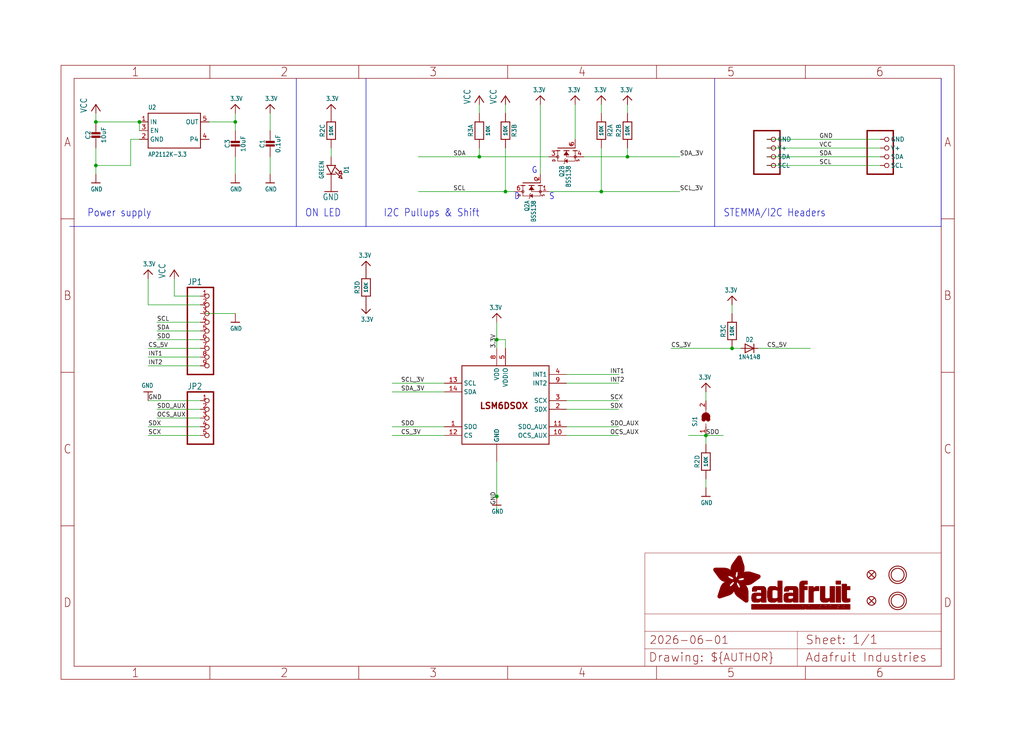
<source format=kicad_sch>
(kicad_sch (version 20230121) (generator eeschema)
  (paper "User" 298.45 217.322)
  (lib_symbols
    (symbol "working-eagle-import:3.3V" (power)
      (property "Value" "3.3V" (at -1.524 1.016 0))
      (symbol "3.3V_1_0"
        (pin power_in line (at 0 -2.54 90) (length 2.54) (name "3.3V") (number "1"))
      )
    )
    (symbol "working-eagle-import:CAP_CERAMIC0603_NO"
      (property "Reference" "C" (at -2.29 1.25 90))
      (symbol "CAP_CERAMIC0603_NO_1_0"
        (pin passive line (at 0 5.08 270) (length 2.54) (name "1") (number "1"))
        (pin passive line (at 0 -2.54 90) (length 2.54) (name "2") (number "2"))
      )
    )
    (symbol "working-eagle-import:CAP_CERAMIC0805-NOOUTLINE"
      (property "Reference" "C" (at -2.29 1.25 90))
      (symbol "CAP_CERAMIC0805-NOOUTLINE_1_0"
        (pin passive line (at 0 5.08 270) (length 2.54) (name "1") (number "1"))
        (pin passive line (at 0 -2.54 90) (length 2.54) (name "2") (number "2"))
      )
    )
    (symbol "working-eagle-import:DIODESOD-323"
      (property "Reference" "D" (at 0 2.54 0))
      (symbol "DIODESOD-323_1_0"
        (pin passive line (at -2.54 0 0) (length 2.54) (name "A") (number "A"))
        (pin passive line (at 2.54 0 180) (length 2.54) (name "C") (number "C"))
      )
    )
    (symbol "working-eagle-import:FIDUCIAL_1MM")
    (symbol "working-eagle-import:FRAME_A4_ADAFRUIT"
      (symbol "FRAME_A4_ADAFRUIT_1_0"
        (text "${#}/${##}" (at 230.505 10.16 0) (effects (font (size 2.54 2.54)) (justify left bottom)))
        (text "${AUTHOR}" (at 189.23 5.08 0) (effects (font (size 2.286 2.286)) (justify left bottom)))
        (text "${CURRENT_DATE}" (at 171.45 10.16 0) (effects (font (size 2.286 2.286)) (justify left bottom)))
        (text "${PROJECTNAME}" (at 171.45 15.24 0) (effects (font (size 2.54 2.54)) (justify left bottom)))
        (text "1" (at 21.6958 1.905 0) (effects (font (size 2.54 2.286))))
        (text "1" (at 21.6958 177.165 0) (effects (font (size 2.54 2.286))))
        (text "2" (at 65.0875 1.905 0) (effects (font (size 2.54 2.286))))
        (text "2" (at 65.0875 177.165 0) (effects (font (size 2.54 2.286))))
        (text "3" (at 108.4792 1.905 0) (effects (font (size 2.54 2.286))))
        (text "3" (at 108.4792 177.165 0) (effects (font (size 2.54 2.286))))
        (text "4" (at 151.8708 1.905 0) (effects (font (size 2.54 2.286))))
        (text "4" (at 151.8708 177.165 0) (effects (font (size 2.54 2.286))))
        (text "5" (at 195.2625 1.905 0) (effects (font (size 2.54 2.286))))
        (text "5" (at 195.2625 177.165 0) (effects (font (size 2.54 2.286))))
        (text "6" (at 238.6542 1.905 0) (effects (font (size 2.54 2.286))))
        (text "6" (at 238.6542 177.165 0) (effects (font (size 2.54 2.286))))
        (text "A" (at 1.905 156.6863 0) (effects (font (size 2.54 2.286))))
        (text "A" (at 258.445 156.6863 0) (effects (font (size 2.54 2.286))))
        (text "Adafruit Industries" (at 216.916 4.953 0) (effects (font (size 2.54 2.54)) (justify left bottom)))
        (text "B" (at 1.905 111.9188 0) (effects (font (size 2.54 2.286))))
        (text "B" (at 258.445 111.9188 0) (effects (font (size 2.54 2.286))))
        (text "C" (at 1.905 67.1513 0) (effects (font (size 2.54 2.286))))
        (text "C" (at 258.445 67.1513 0) (effects (font (size 2.54 2.286))))
        (text "D" (at 1.905 22.3838 0) (effects (font (size 2.54 2.286))))
        (text "D" (at 258.445 22.3838 0) (effects (font (size 2.54 2.286))))
        (text "Drawing:" (at 171.196 4.953 0) (effects (font (size 2.54 2.54)) (justify left bottom)))
        (text "Sheet:" (at 216.916 10.033 0) (effects (font (size 2.54 2.54)) (justify left bottom)))
      )
    )
    (symbol "working-eagle-import:GND" (power)
      (property "Value" "GND" (at -1.524 -2.54 0))
      (symbol "GND_1_0"
        (pin power_in line (at 0 2.54 270) (length 2.54) (name "GND") (number "1"))
      )
    )
    (symbol "working-eagle-import:HEADER-1X570MIL"
      (property "Reference" "JP" (at -6.35 8.255 0))
      (symbol "HEADER-1X570MIL_1_0"
        (pin passive inverted (at -2.54 5.08 0) (length 2.54) (name "1") (number "1"))
        (pin passive inverted (at -2.54 2.54 0) (length 2.54) (name "2") (number "2"))
        (pin passive inverted (at -2.54 0 0) (length 2.54) (name "3") (number "3"))
        (pin passive inverted (at -2.54 -2.54 0) (length 2.54) (name "4") (number "4"))
        (pin passive inverted (at -2.54 -5.08 0) (length 2.54) (name "5") (number "5"))
      )
    )
    (symbol "working-eagle-import:HEADER-1X970MIL"
      (property "Reference" "JP" (at -6.35 13.335 0))
      (symbol "HEADER-1X970MIL_1_0"
        (pin passive inverted (at -2.54 10.16 0) (length 2.54) (name "1") (number "1"))
        (pin passive inverted (at -2.54 7.62 0) (length 2.54) (name "2") (number "2"))
        (pin passive inverted (at -2.54 5.08 0) (length 2.54) (name "3") (number "3"))
        (pin passive inverted (at -2.54 2.54 0) (length 2.54) (name "4") (number "4"))
        (pin passive inverted (at -2.54 0 0) (length 2.54) (name "5") (number "5"))
        (pin passive inverted (at -2.54 -2.54 0) (length 2.54) (name "6") (number "6"))
        (pin passive inverted (at -2.54 -5.08 0) (length 2.54) (name "7") (number "7"))
        (pin passive inverted (at -2.54 -7.62 0) (length 2.54) (name "8") (number "8"))
        (pin passive inverted (at -2.54 -10.16 0) (length 2.54) (name "9") (number "9"))
      )
    )
    (symbol "working-eagle-import:LED0603_NOOUTLINE"
      (property "Reference" "D" (at -1.27 4.445 0))
      (symbol "LED0603_NOOUTLINE_1_0"
        (pin passive line (at -5.08 0 0) (length 2.54) (name "A") (number "A"))
        (pin passive line (at 2.54 0 180) (length 2.54) (name "C") (number "C"))
      )
    )
    (symbol "working-eagle-import:LSM6DSOX"
      (symbol "LSM6DSOX_1_0"
        (text "LSM6DSOX" (at -5.08 -2.54 0) (effects (font (size 1.778 1.778) (thickness 0.3556) bold) (justify left bottom)))
        (pin bidirectional line (at -15.24 -7.62 0) (length 5.08) (name "SDO") (number "1"))
        (pin bidirectional line (at 20.32 -10.16 180) (length 5.08) (name "OCS_AUX") (number "10"))
        (pin bidirectional line (at 20.32 -7.62 180) (length 5.08) (name "SDO_AUX") (number "11"))
        (pin bidirectional line (at -15.24 -10.16 0) (length 5.08) (name "CS") (number "12"))
        (pin bidirectional line (at -15.24 5.08 0) (length 5.08) (name "SCL") (number "13"))
        (pin bidirectional line (at -15.24 2.54 0) (length 5.08) (name "SDA") (number "14"))
        (pin bidirectional line (at 20.32 -2.54 180) (length 5.08) (name "SDX") (number "2"))
        (pin bidirectional line (at 20.32 0 180) (length 5.08) (name "SCX") (number "3"))
        (pin bidirectional line (at 20.32 7.62 180) (length 5.08) (name "INT1") (number "4"))
        (pin power_in line (at 2.54 15.24 270) (length 5.08) (name "VDDIO") (number "5"))
        (pin power_in line (at 0 -17.78 90) (length 5.08) (name "GND") (number "6"))
        (pin power_in line (at 0 -17.78 90) (length 5.08) (name "GND") (number "7"))
        (pin power_in line (at 0 15.24 270) (length 5.08) (name "VDD") (number "8"))
        (pin bidirectional line (at 20.32 5.08 180) (length 5.08) (name "INT2") (number "9"))
      )
    )
    (symbol "working-eagle-import:MOSFET-N_DUAL"
      (property "Reference" "Q" (at 5.08 0.635 0))
      (symbol "MOSFET-N_DUAL_1_0"
        (text "D" (at 3.175 3.175 0) (effects (font (size 0.8128 0.6908)) (justify left bottom)))
        (text "G" (at -1.27 -1.905 0) (effects (font (size 0.8128 0.6908)) (justify left bottom)))
        (text "S" (at 3.175 -3.81 0) (effects (font (size 0.8128 0.6908)) (justify left bottom)))
        (pin bidirectional line (at 2.54 -5.08 90) (length 2.54) (name "S") (number "1"))
        (pin bidirectional line (at -2.54 -2.54 0) (length 2.54) (name "G") (number "2"))
        (pin bidirectional line (at 2.54 5.08 270) (length 2.54) (name "D") (number "6"))
      )
      (symbol "MOSFET-N_DUAL_2_0"
        (text "D" (at 3.175 3.175 0) (effects (font (size 0.8128 0.6908)) (justify left bottom)))
        (text "G" (at -1.27 -1.905 0) (effects (font (size 0.8128 0.6908)) (justify left bottom)))
        (text "S" (at 3.175 -3.81 0) (effects (font (size 0.8128 0.6908)) (justify left bottom)))
        (pin bidirectional line (at 2.54 5.08 270) (length 2.54) (name "D") (number "3"))
        (pin bidirectional line (at 2.54 -5.08 90) (length 2.54) (name "S") (number "4"))
        (pin bidirectional line (at -2.54 -2.54 0) (length 2.54) (name "G") (number "5"))
      )
    )
    (symbol "working-eagle-import:MOUNTINGHOLE2.5")
    (symbol "working-eagle-import:RESISTOR_4PACK"
      (property "Reference" "R" (at 0 2.54 0))
      (symbol "RESISTOR_4PACK_1_0"
        (pin passive line (at -5.08 0 0) (length 2.54) (name "1") (number "1"))
        (pin passive line (at 5.08 0 180) (length 2.54) (name "2") (number "8"))
      )
      (symbol "RESISTOR_4PACK_2_0"
        (pin passive line (at -5.08 0 0) (length 2.54) (name "1") (number "2"))
        (pin passive line (at 5.08 0 180) (length 2.54) (name "2") (number "7"))
      )
      (symbol "RESISTOR_4PACK_3_0"
        (pin passive line (at -5.08 0 0) (length 2.54) (name "1") (number "3"))
        (pin passive line (at 5.08 0 180) (length 2.54) (name "2") (number "6"))
      )
      (symbol "RESISTOR_4PACK_4_0"
        (pin passive line (at -5.08 0 0) (length 2.54) (name "1") (number "4"))
        (pin passive line (at 5.08 0 180) (length 2.54) (name "2") (number "5"))
      )
    )
    (symbol "working-eagle-import:SOLDERJUMPER"
      (property "Reference" "SJ" (at -2.54 2.54 0))
      (symbol "SOLDERJUMPER_1_0"
        (pin passive line (at -5.08 0 0) (length 2.54) (name "1") (number "1"))
        (pin passive line (at 5.08 0 180) (length 2.54) (name "2") (number "2"))
      )
    )
    (symbol "working-eagle-import:STEMMA_I2C_QT"
      (symbol "STEMMA_I2C_QT_1_0"
        (pin passive inverted (at 0 5.08 0) (length 2.54) (name "GND") (number "1"))
        (pin passive inverted (at 0 2.54 0) (length 2.54) (name "V+") (number "2"))
        (pin passive inverted (at 0 0 0) (length 2.54) (name "SDA") (number "3"))
        (pin passive inverted (at 0 -2.54 0) (length 2.54) (name "SCL") (number "4"))
      )
      (symbol "STEMMA_I2C_QT_2_0"
        (pin bidirectional line (at 0 0 0) (length 5.08) (name "MT") (number "MT1"))
      )
      (symbol "STEMMA_I2C_QT_3_0"
        (pin bidirectional line (at 0 0 0) (length 5.08) (name "MT") (number "MT2"))
      )
    )
    (symbol "working-eagle-import:VCC" (power)
      (property "Value" "VCC" (at -2.54 -2.54 90))
      (symbol "VCC_1_0"
        (pin power_in line (at 0 -2.54 90) (length 2.54) (name "VCC") (number "1"))
      )
    )
    (symbol "working-eagle-import:VREG_SOT23-5"
      (property "Reference" "U" (at -7.62 6.096 0))
      (symbol "VREG_SOT23-5_1_0"
        (pin power_in line (at -10.16 2.54 0) (length 2.54) (name "IN") (number "1"))
        (pin power_in line (at -10.16 -2.54 0) (length 2.54) (name "GND") (number "2"))
        (pin input line (at -10.16 0 0) (length 2.54) (name "EN") (number "3"))
        (pin bidirectional line (at 10.16 -2.54 180) (length 2.54) (name "P4") (number "4"))
        (pin power_in line (at 10.16 2.54 180) (length 2.54) (name "OUT") (number "5"))
      )
    )
    (symbol "working-eagle-import:supply1_GND" (power)
      (property "Value" "supply1_GND" (at -2.54 -2.54 0))
      (symbol "supply1_GND_1_0"
        (pin power_in line (at 0 2.54 270) (length 2.54) (name "GND") (number "1"))
      )
    )
  )
  (junction (at 144.78 144.78))
  (junction (at 147.32 55.88))
  (junction (at 27.94 48.26))
  (junction (at 68.58 35.56))
  (junction (at 27.94 35.56))
  (junction (at 213.36 101.6))
  (junction (at 144.78 99.06))
  (junction (at 205.74 127))
  (junction (at 182.88 45.72))
  (junction (at 139.7 45.72))
  (junction (at 175.26 55.88))
  (junction (at 40.64 35.56))
  (wire (pts (xy 96.52 45.72) (xy 96.52 43.18)) (stroke (width 0.1524)))
  (wire (pts (xy 40.64 40.64) (xy 38.1 40.64)) (stroke (width 0.1524)))
  (wire (pts (xy 27.94 48.26) (xy 27.94 43.18)) (stroke (width 0.1524)))
  (wire (pts (xy 27.94 48.26) (xy 27.94 50.8)) (stroke (width 0.1524)))
  (wire (pts (xy 58.42 88.9) (xy 43.18 88.9)) (stroke (width 0.1524)))
  (wire (pts (xy 167.64 40.64) (xy 167.64 30.48)) (stroke (width 0.1524)))
  (wire (pts (xy 144.78 101.6) (xy 144.78 99.06)) (stroke (width 0.1524)))
  (wire (pts (xy 149.86 55.88) (xy 147.32 55.88)) (stroke (width 0.1524)))
  (wire (pts (xy 182.88 45.72) (xy 198.12 45.72)) (stroke (width 0.1524)))
  (wire (pts (xy 139.7 45.72) (xy 121.92 45.72)) (stroke (width 0.1524)))
  (wire (pts (xy 58.42 99.06) (xy 45.72 99.06)) (stroke (width 0.1524)))
  (wire (pts (xy 147.32 33.02) (xy 147.32 30.48)) (stroke (width 0.1524)))
  (polyline (pts (xy 208.28 22.86) (xy 208.28 66.04)) (stroke (width 0.1524) (type solid)))
  (wire (pts (xy 205.74 129.54) (xy 205.74 127)) (stroke (width 0.1524)))
  (wire (pts (xy 182.88 43.18) (xy 182.88 45.72)) (stroke (width 0.1524)))
  (wire (pts (xy 165.1 109.22) (xy 180.34 109.22)) (stroke (width 0.1524)))
  (polyline (pts (xy 86.36 66.04) (xy 106.68 66.04)) (stroke (width 0.1524) (type solid)))
  (wire (pts (xy 144.78 144.78) (xy 144.78 149.86)) (stroke (width 0.1524)))
  (polyline (pts (xy 106.68 22.86) (xy 106.68 66.04)) (stroke (width 0.1524) (type solid)))
  (wire (pts (xy 175.26 55.88) (xy 198.12 55.88)) (stroke (width 0.1524)))
  (wire (pts (xy 205.74 127) (xy 210.82 127)) (stroke (width 0.1524)))
  (wire (pts (xy 58.42 124.46) (xy 43.18 124.46)) (stroke (width 0.1524)))
  (wire (pts (xy 58.42 116.84) (xy 43.18 116.84)) (stroke (width 0.1524)))
  (wire (pts (xy 213.36 101.6) (xy 195.58 101.6)) (stroke (width 0.1524)))
  (wire (pts (xy 129.54 111.76) (xy 114.3 111.76)) (stroke (width 0.1524)))
  (wire (pts (xy 144.78 134.62) (xy 144.78 144.78)) (stroke (width 0.1524)))
  (wire (pts (xy 157.48 50.8) (xy 157.48 30.48)) (stroke (width 0.1524)))
  (wire (pts (xy 144.78 99.06) (xy 144.78 93.98)) (stroke (width 0.1524)))
  (wire (pts (xy 38.1 48.26) (xy 27.94 48.26)) (stroke (width 0.1524)))
  (wire (pts (xy 58.42 101.6) (xy 43.18 101.6)) (stroke (width 0.1524)))
  (wire (pts (xy 58.42 104.14) (xy 43.18 104.14)) (stroke (width 0.1524)))
  (wire (pts (xy 256.54 45.72) (xy 223.52 45.72)) (stroke (width 0.1524)))
  (wire (pts (xy 223.52 48.26) (xy 256.54 48.26)) (stroke (width 0.1524)))
  (wire (pts (xy 205.74 142.24) (xy 205.74 139.7)) (stroke (width 0.1524)))
  (wire (pts (xy 58.42 93.98) (xy 45.72 93.98)) (stroke (width 0.1524)))
  (wire (pts (xy 27.94 33.02) (xy 27.94 35.56)) (stroke (width 0.1524)))
  (wire (pts (xy 256.54 40.64) (xy 223.52 40.64)) (stroke (width 0.1524)))
  (wire (pts (xy 223.52 43.18) (xy 256.54 43.18)) (stroke (width 0.1524)))
  (polyline (pts (xy 86.36 22.86) (xy 86.36 66.04)) (stroke (width 0.1524) (type solid)))
  (wire (pts (xy 160.02 45.72) (xy 139.7 45.72)) (stroke (width 0.1524)))
  (wire (pts (xy 68.58 35.56) (xy 68.58 33.02)) (stroke (width 0.1524)))
  (wire (pts (xy 175.26 33.02) (xy 175.26 30.48)) (stroke (width 0.1524)))
  (wire (pts (xy 213.36 91.44) (xy 213.36 88.9)) (stroke (width 0.1524)))
  (wire (pts (xy 160.02 55.88) (xy 175.26 55.88)) (stroke (width 0.1524)))
  (wire (pts (xy 58.42 86.36) (xy 50.8 86.36)) (stroke (width 0.1524)))
  (wire (pts (xy 165.1 124.46) (xy 180.34 124.46)) (stroke (width 0.1524)))
  (wire (pts (xy 147.32 55.88) (xy 121.92 55.88)) (stroke (width 0.1524)))
  (wire (pts (xy 68.58 45.72) (xy 68.58 50.8)) (stroke (width 0.1524)))
  (wire (pts (xy 58.42 127) (xy 43.18 127)) (stroke (width 0.1524)))
  (wire (pts (xy 129.54 114.3) (xy 114.3 114.3)) (stroke (width 0.1524)))
  (wire (pts (xy 165.1 116.84) (xy 180.34 116.84)) (stroke (width 0.1524)))
  (wire (pts (xy 78.74 45.72) (xy 78.74 50.8)) (stroke (width 0.1524)))
  (wire (pts (xy 58.42 96.52) (xy 45.72 96.52)) (stroke (width 0.1524)))
  (wire (pts (xy 205.74 116.84) (xy 205.74 114.3)) (stroke (width 0.1524)))
  (wire (pts (xy 147.32 101.6) (xy 147.32 99.06)) (stroke (width 0.1524)))
  (wire (pts (xy 43.18 88.9) (xy 43.18 81.28)) (stroke (width 0.1524)))
  (wire (pts (xy 58.42 121.92) (xy 45.72 121.92)) (stroke (width 0.1524)))
  (wire (pts (xy 175.26 43.18) (xy 175.26 55.88)) (stroke (width 0.1524)))
  (polyline (pts (xy 208.28 66.04) (xy 274.32 66.04)) (stroke (width 0.1524) (type solid)))
  (wire (pts (xy 50.8 86.36) (xy 50.8 81.28)) (stroke (width 0.1524)))
  (wire (pts (xy 129.54 124.46) (xy 114.3 124.46)) (stroke (width 0.1524)))
  (wire (pts (xy 205.74 127) (xy 200.66 127)) (stroke (width 0.1524)))
  (wire (pts (xy 58.42 91.44) (xy 68.58 91.44)) (stroke (width 0.1524)))
  (wire (pts (xy 68.58 35.56) (xy 68.58 38.1)) (stroke (width 0.1524)))
  (wire (pts (xy 38.1 40.64) (xy 38.1 48.26)) (stroke (width 0.1524)))
  (wire (pts (xy 215.9 101.6) (xy 213.36 101.6)) (stroke (width 0.1524)))
  (wire (pts (xy 139.7 33.02) (xy 139.7 30.48)) (stroke (width 0.1524)))
  (wire (pts (xy 165.1 111.76) (xy 180.34 111.76)) (stroke (width 0.1524)))
  (wire (pts (xy 60.96 35.56) (xy 68.58 35.56)) (stroke (width 0.1524)))
  (wire (pts (xy 147.32 99.06) (xy 144.78 99.06)) (stroke (width 0.1524)))
  (wire (pts (xy 58.42 119.38) (xy 45.72 119.38)) (stroke (width 0.1524)))
  (wire (pts (xy 43.18 106.68) (xy 58.42 106.68)) (stroke (width 0.1524)))
  (wire (pts (xy 147.32 43.18) (xy 147.32 55.88)) (stroke (width 0.1524)))
  (wire (pts (xy 165.1 119.38) (xy 180.34 119.38)) (stroke (width 0.1524)))
  (polyline (pts (xy 106.68 66.04) (xy 208.28 66.04)) (stroke (width 0.1524) (type solid)))
  (wire (pts (xy 139.7 43.18) (xy 139.7 45.72)) (stroke (width 0.1524)))
  (polyline (pts (xy 274.32 22.86) (xy 274.32 66.04)) (stroke (width 0.1524) (type solid)))
  (wire (pts (xy 78.74 33.02) (xy 78.74 38.1)) (stroke (width 0.1524)))
  (wire (pts (xy 220.98 101.6) (xy 236.22 101.6)) (stroke (width 0.1524)))
  (wire (pts (xy 40.64 35.56) (xy 27.94 35.56)) (stroke (width 0.1524)))
  (wire (pts (xy 129.54 127) (xy 114.3 127)) (stroke (width 0.1524)))
  (wire (pts (xy 170.18 45.72) (xy 182.88 45.72)) (stroke (width 0.1524)))
  (polyline (pts (xy 20.32 66.04) (xy 86.36 66.04)) (stroke (width 0.1524) (type solid)))
  (wire (pts (xy 182.88 33.02) (xy 182.88 30.48)) (stroke (width 0.1524)))
  (wire (pts (xy 40.64 38.1) (xy 40.64 35.56)) (stroke (width 0.1524)))
  (wire (pts (xy 165.1 127) (xy 180.34 127)) (stroke (width 0.1524)))
  (text "ON LED" (at 88.9 63.5 0) (effects (font (size 2.1844 1.8567)) (justify left bottom)))
  (text "I2C Pullups & Shift" (at 111.76 63.5 0) (effects (font (size 2.1844 1.8567)) (justify left bottom)))
  (text "STEMMA/I2C Headers" (at 210.82 63.5 0) (effects (font (size 2.1844 1.8567)) (justify left bottom)))
  (text "D" (at 149.86 58.42 0) (effects (font (size 1.778 1.5113)) (justify left bottom)))
  (text "S" (at 160.02 58.42 0) (effects (font (size 1.778 1.5113)) (justify left bottom)))
  (text "G" (at 154.94 50.8 0) (effects (font (size 1.778 1.5113)) (justify left bottom)))
  (text "Power supply" (at 25.4 63.5 0) (effects (font (size 2.1844 1.8567)) (justify left bottom)))
  (label "GND" (at 238.76 40.64 0) (effects (font (size 1.2446 1.2446))))
  (label "INT1" (at 177.8 109.22 0) (effects (font (size 1.2446 1.2446))))
  (label "INT2" (at 43.18 106.68 0) (effects (font (size 1.2446 1.2446))))
  (label "SDA_3V" (at 198.12 45.72 0) (effects (font (size 1.2446 1.2446))))
  (label "SDA" (at 132.08 45.72 0) (effects (font (size 1.2446 1.2446))))
  (label "OCS_AUX" (at 177.8 127 0) (effects (font (size 1.2446 1.2446))))
  (label "SDA" (at 45.72 96.52 0) (effects (font (size 1.2446 1.2446))))
  (label "INT1" (at 43.18 104.14 0) (effects (font (size 1.2446 1.2446))))
  (label "CS_3V" (at 195.58 101.6 0) (effects (font (size 1.2446 1.2446))))
  (label "SCL" (at 45.72 93.98 0) (effects (font (size 1.2446 1.2446))))
  (label "CS_3V" (at 116.84 127 0) (effects (font (size 1.2446 1.2446))))
  (label "SCL_3V" (at 116.84 111.76 0) (effects (font (size 1.2446 1.2446))))
  (label "SDX" (at 177.8 119.38 0) (effects (font (size 1.2446 1.2446))))
  (label "VCC" (at 238.76 43.18 0) (effects (font (size 1.2446 1.2446))))
  (label "SCL" (at 238.76 48.26 0) (effects (font (size 1.2446 1.2446))))
  (label "SCL" (at 132.08 55.88 0) (effects (font (size 1.2446 1.2446))))
  (label "OCS_AUX" (at 45.72 121.92 0) (effects (font (size 1.2446 1.2446))))
  (label "SDA_3V" (at 116.84 114.3 0) (effects (font (size 1.2446 1.2446))))
  (label "CS_5V" (at 223.52 101.6 0) (effects (font (size 1.2446 1.2446))))
  (label "SDO_AUX" (at 45.72 119.38 0) (effects (font (size 1.2446 1.2446))))
  (label "SCX" (at 43.18 127 0) (effects (font (size 1.2446 1.2446))))
  (label "GND" (at 144.78 147.32 90) (effects (font (size 1.2446 1.2446))))
  (label "SDX" (at 43.18 124.46 0) (effects (font (size 1.2446 1.2446))))
  (label "SDO_AUX" (at 177.8 124.46 0) (effects (font (size 1.2446 1.2446))))
  (label "SDO" (at 45.72 99.06 0) (effects (font (size 1.2446 1.2446))))
  (label "CS_5V" (at 43.18 101.6 0) (effects (font (size 1.2446 1.2446))))
  (label "SCX" (at 177.8 116.84 0) (effects (font (size 1.2446 1.2446))))
  (label "SDO" (at 205.74 127 0) (effects (font (size 1.2446 1.2446))))
  (label "SCL_3V" (at 198.12 55.88 0) (effects (font (size 1.2446 1.2446))))
  (label "SDO" (at 116.84 124.46 0) (effects (font (size 1.2446 1.2446))))
  (label "SDA" (at 238.76 45.72 0) (effects (font (size 1.2446 1.2446))))
  (label "GND" (at 43.18 116.84 0) (effects (font (size 1.2446 1.2446))))
  (label "INT2" (at 177.8 111.76 0) (effects (font (size 1.2446 1.2446))))
  (label "3.3V" (at 144.78 101.6 90) (effects (font (size 1.2446 1.2446))))
  (symbol (lib_id "working-eagle-import:3.3V") (at 106.68 76.2 0) (mirror y) (unit 1)
    (property "Reference" "#U$19" (effects hide))
    (property "Value" "3.3V" (at 108.204 75.184 0) (effects (font (size 1.27 1.0795)) (justify left bottom)))
  )
  (symbol (lib_id "working-eagle-import:3.3V") (at 167.64 27.94 0) (mirror y) (unit 1)
    (property "Reference" "#U$23" (effects hide))
    (property "Value" "3.3V" (at 169.164 26.924 0) (effects (font (size 1.27 1.0795)) (justify left bottom)))
  )
  (symbol (lib_id "working-eagle-import:RESISTOR_4PACK") (at 96.52 38.1 90) (unit 3)
    (property "Reference" "R2" (at 93.98 38.1 0))
    (property "Value" "10K" (at 96.52 38.1 0) (effects (font (size 1.016 1.016) bold)))
    (property "Footprint" "working:RESPACK_4X0603" (effects hide))
  )
  (symbol (lib_id "working-eagle-import:DIODESOD-323") (at 218.44 101.6 0) (unit 1)
    (property "Reference" "D2" (at 218.44 99.06 0) (effects (font (size 1.27 1.0795))))
    (property "Value" "1N4148" (at 218.44 104.1 0) (effects (font (size 1.27 1.0795))))
    (property "Footprint" "working:SOD-323" (effects hide))
  )
  (symbol (lib_id "working-eagle-import:GND") (at 43.18 114.3 180) (unit 1)
    (property "Reference" "#U$22" (effects hide))
    (property "Value" "GND" (at 44.704 111.76 0) (effects (font (size 1.27 1.0795)) (justify left bottom)))
  )
  (symbol (lib_id "working-eagle-import:3.3V") (at 106.68 91.44 0) (mirror x) (unit 1)
    (property "Reference" "#U$21" (effects hide))
    (property "Value" "3.3V" (at 105.156 92.456 0) (effects (font (size 1.27 1.0795)) (justify left bottom)))
  )
  (symbol (lib_id "working-eagle-import:MOUNTINGHOLE2.5") (at 261.62 167.64 0) (unit 1)
    (property "Reference" "U$17" (effects hide))
    (property "Value" "MOUNTINGHOLE2.5" (effects hide))
    (property "Footprint" "working:MOUNTINGHOLE_2.5_PLATED" (effects hide))
  )
  (symbol (lib_id "working-eagle-import:VCC") (at 27.94 30.48 0) (unit 1)
    (property "Reference" "#P+3" (effects hide))
    (property "Value" "VCC" (at 25.4 33.02 90) (effects (font (size 1.778 1.5113)) (justify left bottom)))
  )
  (symbol (lib_id "working-eagle-import:3.3V") (at 205.74 111.76 0) (mirror y) (unit 1)
    (property "Reference" "#U$11" (effects hide))
    (property "Value" "3.3V" (at 207.264 110.744 0) (effects (font (size 1.27 1.0795)) (justify left bottom)))
  )
  (symbol (lib_id "working-eagle-import:SOLDERJUMPER") (at 205.74 121.92 90) (unit 1)
    (property "Reference" "SJ1" (at 203.2 124.46 0) (effects (font (size 1.27 1.0795)) (justify left bottom)))
    (property "Value" "SOLDERJUMPER" (effects hide))
    (property "Footprint" "working:SOLDERJUMPER_ARROW_NOPASTE" (effects hide))
  )
  (symbol (lib_id "working-eagle-import:RESISTOR_4PACK") (at 139.7 38.1 90) (unit 1)
    (property "Reference" "R3" (at 137.16 38.1 0))
    (property "Value" "10K" (at 142.24 38.1 0) (effects (font (size 1.016 1.016) bold)))
    (property "Footprint" "working:RESPACK_4X0603" (effects hide))
  )
  (symbol (lib_id "working-eagle-import:HEADER-1X570MIL") (at 60.96 121.92 0) (unit 1)
    (property "Reference" "JP2" (at 54.61 113.665 0) (effects (font (size 1.778 1.5113)) (justify left bottom)))
    (property "Value" "HEADER-1X570MIL" (effects hide))
    (property "Footprint" "working:1X05_ROUND_70" (effects hide))
  )
  (symbol (lib_id "working-eagle-import:FIDUCIAL_1MM") (at 254 175.26 0) (unit 1)
    (property "Reference" "FID3" (effects hide))
    (property "Value" "FIDUCIAL_1MM" (effects hide))
    (property "Footprint" "working:FIDUCIAL_1MM" (effects hide))
  )
  (symbol (lib_id "working-eagle-import:LSM6DSOX") (at 144.78 116.84 0) (unit 1)
    (property "Reference" "U$2" (effects hide))
    (property "Value" "LSM6DSOX" (effects hide))
    (property "Footprint" "working:LGA-14L" (effects hide))
  )
  (symbol (lib_id "working-eagle-import:CAP_CERAMIC0603_NO") (at 78.74 43.18 0) (unit 1)
    (property "Reference" "C1" (at 76.45 41.93 90))
    (property "Value" "0.1uF" (at 81.04 41.93 90))
    (property "Footprint" "working:0603-NO" (effects hide))
  )
  (symbol (lib_id "working-eagle-import:GND") (at 27.94 53.34 0) (unit 1)
    (property "Reference" "#U$13" (effects hide))
    (property "Value" "GND" (at 26.416 55.88 0) (effects (font (size 1.27 1.0795)) (justify left bottom)))
  )
  (symbol (lib_id "working-eagle-import:VCC") (at 147.32 27.94 0) (unit 1)
    (property "Reference" "#P+2" (effects hide))
    (property "Value" "VCC" (at 144.78 30.48 90) (effects (font (size 1.778 1.5113)) (justify left bottom)))
  )
  (symbol (lib_id "working-eagle-import:RESISTOR_4PACK") (at 205.74 134.62 90) (unit 4)
    (property "Reference" "R2" (at 203.2 134.62 0))
    (property "Value" "10K" (at 205.74 134.62 0) (effects (font (size 1.016 1.016) bold)))
    (property "Footprint" "working:RESPACK_4X0603" (effects hide))
  )
  (symbol (lib_id "working-eagle-import:MOSFET-N_DUAL") (at 154.94 53.34 90) (mirror x) (unit 1)
    (property "Reference" "Q2" (at 154.305 58.42 0) (effects (font (size 1.27 1.0795)) (justify left bottom)))
    (property "Value" "BSS138" (at 156.21 58.42 0) (effects (font (size 1.27 1.0795)) (justify left bottom)))
    (property "Footprint" "working:SOT363" (effects hide))
  )
  (symbol (lib_id "working-eagle-import:RESISTOR_4PACK") (at 182.88 38.1 90) (mirror x) (unit 2)
    (property "Reference" "R2" (at 180.34 38.1 0))
    (property "Value" "10K" (at 182.88 38.1 0) (effects (font (size 1.016 1.016) bold)))
    (property "Footprint" "working:RESPACK_4X0603" (effects hide))
  )
  (symbol (lib_id "working-eagle-import:RESISTOR_4PACK") (at 213.36 96.52 90) (mirror x) (unit 3)
    (property "Reference" "R3" (at 210.82 96.52 0))
    (property "Value" "10K" (at 213.36 96.52 0) (effects (font (size 1.016 1.016) bold)))
    (property "Footprint" "working:RESPACK_4X0603" (effects hide))
  )
  (symbol (lib_id "working-eagle-import:GND") (at 78.74 53.34 0) (unit 1)
    (property "Reference" "#U$6" (effects hide))
    (property "Value" "GND" (at 77.216 55.88 0) (effects (font (size 1.27 1.0795)) (justify left bottom)))
  )
  (symbol (lib_id "working-eagle-import:STEMMA_I2C_QT") (at 223.52 45.72 0) (unit 1)
    (property "Reference" "CONN3" (effects hide))
    (property "Value" "STEMMA_I2C_QT" (effects hide))
    (property "Footprint" "working:JST_SH4" (effects hide))
  )
  (symbol (lib_id "working-eagle-import:3.3V") (at 213.36 86.36 0) (mirror y) (unit 1)
    (property "Reference" "#U$12" (effects hide))
    (property "Value" "3.3V" (at 214.884 85.344 0) (effects (font (size 1.27 1.0795)) (justify left bottom)))
  )
  (symbol (lib_id "working-eagle-import:3.3V") (at 78.74 30.48 0) (unit 1)
    (property "Reference" "#U$14" (effects hide))
    (property "Value" "3.3V" (at 77.216 29.464 0) (effects (font (size 1.27 1.0795)) (justify left bottom)))
  )
  (symbol (lib_id "working-eagle-import:RESISTOR_4PACK") (at 147.32 38.1 270) (mirror x) (unit 2)
    (property "Reference" "R3" (at 149.86 38.1 0))
    (property "Value" "10K" (at 147.32 38.1 0) (effects (font (size 1.016 1.016) bold)))
    (property "Footprint" "working:RESPACK_4X0603" (effects hide))
  )
  (symbol (lib_id "working-eagle-import:3.3V") (at 96.52 30.48 0) (unit 1)
    (property "Reference" "#U$3" (effects hide))
    (property "Value" "3.3V" (at 94.996 29.464 0) (effects (font (size 1.27 1.0795)) (justify left bottom)))
  )
  (symbol (lib_id "working-eagle-import:3.3V") (at 68.58 30.48 0) (unit 1)
    (property "Reference" "#U$15" (effects hide))
    (property "Value" "3.3V" (at 67.056 29.464 0) (effects (font (size 1.27 1.0795)) (justify left bottom)))
  )
  (symbol (lib_id "working-eagle-import:GND") (at 205.74 144.78 0) (unit 1)
    (property "Reference" "#U$20" (effects hide))
    (property "Value" "GND" (at 204.216 147.32 0) (effects (font (size 1.27 1.0795)) (justify left bottom)))
  )
  (symbol (lib_id "working-eagle-import:VCC") (at 139.7 27.94 0) (unit 1)
    (property "Reference" "#P+1" (effects hide))
    (property "Value" "VCC" (at 137.16 30.48 90) (effects (font (size 1.778 1.5113)) (justify left bottom)))
  )
  (symbol (lib_id "working-eagle-import:CAP_CERAMIC0805-NOOUTLINE") (at 27.94 40.64 0) (unit 1)
    (property "Reference" "C2" (at 25.65 39.39 90))
    (property "Value" "10uF" (at 30.24 39.39 90))
    (property "Footprint" "working:0805-NO" (effects hide))
  )
  (symbol (lib_id "working-eagle-import:RESISTOR_4PACK") (at 106.68 83.82 90) (unit 4)
    (property "Reference" "R3" (at 104.14 83.82 0))
    (property "Value" "10K" (at 106.68 83.82 0) (effects (font (size 1.016 1.016) bold)))
    (property "Footprint" "working:RESPACK_4X0603" (effects hide))
  )
  (symbol (lib_id "working-eagle-import:VCC") (at 50.8 78.74 0) (unit 1)
    (property "Reference" "#P+4" (effects hide))
    (property "Value" "VCC" (at 48.26 81.28 90) (effects (font (size 1.778 1.5113)) (justify left bottom)))
  )
  (symbol (lib_id "working-eagle-import:STEMMA_I2C_QT") (at 256.54 45.72 0) (unit 1)
    (property "Reference" "CONN4" (effects hide))
    (property "Value" "STEMMA_I2C_QT" (effects hide))
    (property "Footprint" "working:JST_SH4" (effects hide))
  )
  (symbol (lib_id "working-eagle-import:supply1_GND") (at 96.52 55.88 0) (unit 1)
    (property "Reference" "#GND6" (effects hide))
    (property "Value" "GND" (at 93.98 58.42 0) (effects (font (size 1.778 1.5113)) (justify left bottom)))
  )
  (symbol (lib_id "working-eagle-import:3.3V") (at 175.26 27.94 0) (mirror y) (unit 1)
    (property "Reference" "#U$24" (effects hide))
    (property "Value" "3.3V" (at 176.784 26.924 0) (effects (font (size 1.27 1.0795)) (justify left bottom)))
  )
  (symbol (lib_id "working-eagle-import:3.3V") (at 182.88 27.94 0) (mirror y) (unit 1)
    (property "Reference" "#U$7" (effects hide))
    (property "Value" "3.3V" (at 184.404 26.924 0) (effects (font (size 1.27 1.0795)) (justify left bottom)))
  )
  (symbol (lib_id "working-eagle-import:GND") (at 68.58 93.98 0) (unit 1)
    (property "Reference" "#U$10" (effects hide))
    (property "Value" "GND" (at 67.056 96.52 0) (effects (font (size 1.27 1.0795)) (justify left bottom)))
  )
  (symbol (lib_id "working-eagle-import:CAP_CERAMIC0805-NOOUTLINE") (at 68.58 43.18 0) (unit 1)
    (property "Reference" "C3" (at 66.29 41.93 90))
    (property "Value" "10uF" (at 70.88 41.93 90))
    (property "Footprint" "working:0805-NO" (effects hide))
  )
  (symbol (lib_id "working-eagle-import:MOSFET-N_DUAL") (at 165.1 43.18 90) (mirror x) (unit 2)
    (property "Reference" "Q2" (at 164.465 48.26 0) (effects (font (size 1.27 1.0795)) (justify left bottom)))
    (property "Value" "BSS138" (at 166.37 48.26 0) (effects (font (size 1.27 1.0795)) (justify left bottom)))
    (property "Footprint" "working:SOT363" (effects hide))
  )
  (symbol (lib_id "working-eagle-import:VREG_SOT23-5") (at 50.8 38.1 0) (unit 1)
    (property "Reference" "U2" (at 43.18 32.004 0) (effects (font (size 1.27 1.0795)) (justify left bottom)))
    (property "Value" "AP2112K-3.3" (at 43.18 45.72 0) (effects (font (size 1.27 1.0795)) (justify left bottom)))
    (property "Footprint" "working:SOT23-5" (effects hide))
  )
  (symbol (lib_id "working-eagle-import:HEADER-1X970MIL") (at 60.96 96.52 0) (unit 1)
    (property "Reference" "JP1" (at 54.61 83.185 0) (effects (font (size 1.778 1.5113)) (justify left bottom)))
    (property "Value" "HEADER-1X970MIL" (effects hide))
    (property "Footprint" "working:1X09_ROUND_70" (effects hide))
  )
  (symbol (lib_id "working-eagle-import:RESISTOR_4PACK") (at 175.26 38.1 270) (unit 1)
    (property "Reference" "R2" (at 177.8 38.1 0))
    (property "Value" "10K" (at 175.26 38.1 0) (effects (font (size 1.016 1.016) bold)))
    (property "Footprint" "working:RESPACK_4X0603" (effects hide))
  )
  (symbol (lib_id "working-eagle-import:MOUNTINGHOLE2.5") (at 261.62 175.26 0) (unit 1)
    (property "Reference" "U$1" (effects hide))
    (property "Value" "MOUNTINGHOLE2.5" (effects hide))
    (property "Footprint" "working:MOUNTINGHOLE_2.5_PLATED" (effects hide))
  )
  (symbol (lib_id "working-eagle-import:3.3V") (at 144.78 91.44 0) (mirror y) (unit 1)
    (property "Reference" "#U$4" (effects hide))
    (property "Value" "3.3V" (at 146.304 90.424 0) (effects (font (size 1.27 1.0795)) (justify left bottom)))
  )
  (symbol (lib_id "working-eagle-import:3.3V") (at 43.18 78.74 0) (unit 1)
    (property "Reference" "#U$16" (effects hide))
    (property "Value" "3.3V" (at 41.656 77.724 0) (effects (font (size 1.27 1.0795)) (justify left bottom)))
  )
  (symbol (lib_id "working-eagle-import:FIDUCIAL_1MM") (at 254 167.64 0) (unit 1)
    (property "Reference" "FID4" (effects hide))
    (property "Value" "FIDUCIAL_1MM" (effects hide))
    (property "Footprint" "working:FIDUCIAL_1MM" (effects hide))
  )
  (symbol (lib_id "working-eagle-import:3.3V") (at 157.48 27.94 0) (mirror y) (unit 1)
    (property "Reference" "#U$26" (effects hide))
    (property "Value" "3.3V" (at 159.004 26.924 0) (effects (font (size 1.27 1.0795)) (justify left bottom)))
  )
  (symbol (lib_id "working-eagle-import:GND") (at 68.58 53.34 0) (unit 1)
    (property "Reference" "#U$5" (effects hide))
    (property "Value" "GND" (at 67.056 55.88 0) (effects (font (size 1.27 1.0795)) (justify left bottom)))
  )
  (symbol (lib_id "working-eagle-import:GND") (at 144.78 147.32 0) (unit 1)
    (property "Reference" "#U$8" (effects hide))
    (property "Value" "GND" (at 143.256 149.86 0) (effects (font (size 1.27 1.0795)) (justify left bottom)))
  )
  (symbol (lib_id "working-eagle-import:LED0603_NOOUTLINE") (at 96.52 50.8 270) (unit 1)
    (property "Reference" "D1" (at 100.965 49.53 0) (effects (font (size 1.27 1.0795))))
    (property "Value" "GREEN" (at 93.726 49.53 0) (effects (font (size 1.27 1.0795))))
    (property "Footprint" "working:CHIPLED_0603_NOOUTLINE" (effects hide))
  )
  (symbol (lib_id "working-eagle-import:FRAME_A4_ADAFRUIT") (at 17.78 198.12 0) (unit 1)
    (property "Reference" "#U$18" (effects hide))
    (property "Value" "FRAME_A4_ADAFRUIT" (effects hide))
  )
)
</source>
